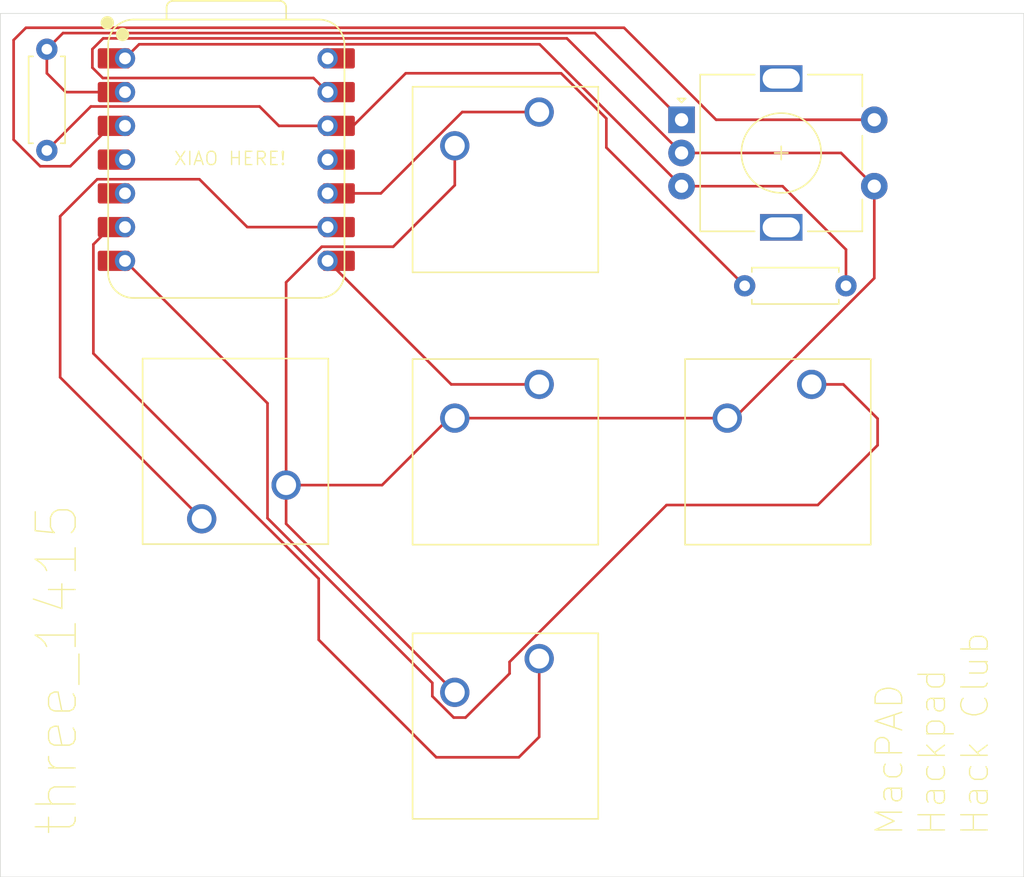
<source format=kicad_pcb>
(kicad_pcb (version 20240108) (generator "pcbnew") (generator_version "8.0")
  (layers (0 "F.Cu" signal) (31 "B.Cu" signal) (34 "B.Paste" user) (35 "F.Paste" user) (36 "B.SilkS" user "B.Silkscreen") (37 "F.SilkS" user "F.Silkscreen") (38 "B.Mask" user) (39 "F.Mask" user) (44 "Edge.Cuts" user))
  (net 0 "")
  (footprint "Rotary_Encoder:RotaryEncoder_Alps_EC11E-Switch_Vertical_H20mm" (layer "F.Cu") (at 161.25 69)
    (property "Reference" "SW1" (hide yes))
    (property "Value" "RotaryEncoder_Switch" (hide yes))
    (fp_line (start -0.3 -1.6) (end 0.3 -1.6) (stroke (width 0.12)) (layer "F.SilkS"))
    (fp_line (start 0 -1.3) (end -0.3 -1.6) (stroke (width 0.12)) (layer "F.SilkS"))
    (fp_line (start 0.3 -1.6) (end 0 -1.3) (stroke (width 0.12)) (layer "F.SilkS"))
    (fp_line (start 1.4 -3.4) (end 1.4 8.4) (stroke (width 0.12)) (layer "F.SilkS"))
    (fp_line (start 5.5 -3.4) (end 1.4 -3.4) (stroke (width 0.12)) (layer "F.SilkS"))
    (fp_line (start 5.5 8.4) (end 1.4 8.4) (stroke (width 0.12)) (layer "F.SilkS"))
    (fp_line (start 7 2.5) (end 8 2.5) (stroke (width 0.12)) (layer "F.SilkS"))
    (fp_line (start 7.5 2) (end 7.5 3) (stroke (width 0.12)) (layer "F.SilkS"))
    (fp_line (start 9.5 -3.4) (end 13.6 -3.4) (stroke (width 0.12)) (layer "F.SilkS"))
    (fp_line (start 13.6 -3.4) (end 13.6 -1) (stroke (width 0.12)) (layer "F.SilkS"))
    (fp_line (start 13.6 1.2) (end 13.6 3.8) (stroke (width 0.12)) (layer "F.SilkS"))
    (fp_line (start 13.6 6) (end 13.6 8.4) (stroke (width 0.12)) (layer "F.SilkS"))
    (fp_line (start 13.6 8.4) (end 9.5 8.4) (stroke (width 0.12)) (layer "F.SilkS"))
    (fp_circle (center 7.5 2.5) (end 10.5 2.5) (stroke (width 0.12)) (fill none) (layer "F.SilkS"))
    (pad "A" thru_hole rect (at 0 0) (size 2 2) (drill 1) (layers "*.Cu" "*.Mask"))
    (pad "B" thru_hole circle (at 0 5) (size 2 2) (drill 1) (layers "*.Cu" "*.Mask"))
    (pad "C" thru_hole circle (at 0 2.5) (size 2 2) (drill 1) (layers "*.Cu" "*.Mask"))
    (pad "MP" thru_hole rect (at 7.5 -3.1) (size 3.2 2) (drill oval 2.8 1.5) (layers "*.Cu" "*.Mask"))
    (pad "MP" thru_hole rect (at 7.5 8.1) (size 3.2 2) (drill oval 2.8 1.5) (layers "*.Cu" "*.Mask"))
    (pad "S1" thru_hole circle (at 14.5 5) (size 2 2) (drill 1) (layers "*.Cu" "*.Mask"))
    (pad "S2" thru_hole circle (at 14.5 0) (size 2 2) (drill 1) (layers "*.Cu" "*.Mask"))
  )
  (footprint "Button_Switch_Keyboard:SW_Cherry_MX_1.00u_PCB" (layer "F.Cu") (at 171.04 88.92)
    (property "Reference" "SW6" (hide yes))
    (property "Value" "SW_Push" (hide yes))
    (fp_line (start -9.525 -1.905) (end 4.445 -1.905) (stroke (width 0.12)) (layer "F.SilkS"))
    (fp_line (start -9.525 12.065) (end -9.525 -1.905) (stroke (width 0.12)) (layer "F.SilkS"))
    (fp_line (start 4.445 -1.905) (end 4.445 12.065) (stroke (width 0.12)) (layer "F.SilkS"))
    (fp_line (start 4.445 12.065) (end -9.525 12.065) (stroke (width 0.12)) (layer "F.SilkS"))
    (pad "" np_thru_hole circle (at -7.62 5.08) (size 1.7 1.7) (drill 1.7) (layers "*.Cu" "*.Mask"))
    (pad "" np_thru_hole circle (at -2.54 5.08) (size 4 4) (drill 4) (layers "*.Cu" "*.Mask"))
    (pad "" np_thru_hole circle (at 2.54 5.08) (size 1.7 1.7) (drill 1.7) (layers "*.Cu" "*.Mask"))
    (pad "1" thru_hole circle (at 0 0) (size 2.2 2.2) (drill 1.5) (layers "*.Cu" "*.Mask"))
    (pad "2" thru_hole circle (at -6.35 2.54) (size 2.2 2.2) (drill 1.5) (layers "*.Cu" "*.Mask"))
  )
  (footprint "Resistor_THT:R_Axial_DIN0207_L6.3mm_D2.5mm_P7.62mm_Horizontal" (layer "F.Cu") (at 173.62 81.5 180)
    (property "Reference" "R1" (hide yes))
    (property "Value" "5k" (hide yes))
    (fp_line (start 7.08 1.37) (end 7.08 1.04) (stroke (width 0.12)) (layer "F.SilkS"))
    (fp_line (start 7.08 -1.37) (end 7.08 -1.04) (stroke (width 0.12)) (layer "F.SilkS"))
    (fp_line (start 0.54 1.37) (end 7.08 1.37) (stroke (width 0.12)) (layer "F.SilkS"))
    (fp_line (start 0.54 1.04) (end 0.54 1.37) (stroke (width 0.12)) (layer "F.SilkS"))
    (fp_line (start 0.54 -1.04) (end 0.54 -1.37) (stroke (width 0.12)) (layer "F.SilkS"))
    (fp_line (start 0.54 -1.37) (end 7.08 -1.37) (stroke (width 0.12)) (layer "F.SilkS"))
    (pad "1" thru_hole circle (at 0 0 180) (size 1.6 1.6) (drill 0.8) (layers "*.Cu" "*.Mask"))
    (pad "2" thru_hole oval (at 7.62 0 180) (size 1.6 1.6) (drill 0.8) (layers "*.Cu" "*.Mask"))
  )
  (footprint "Resistor_THT:R_Axial_DIN0207_L6.3mm_D2.5mm_P7.62mm_Horizontal" (layer "F.Cu") (at 113.5 63.69 -90)
    (property "Reference" "R2" (hide yes))
    (property "Value" "5k" (hide yes))
    (fp_line (start 0.54 1.37) (end 7.08 1.37) (stroke (width 0.12)) (layer "F.SilkS"))
    (fp_line (start 7.08 1.37) (end 7.08 1.04) (stroke (width 0.12)) (layer "F.SilkS"))
    (fp_line (start 0.54 1.04) (end 0.54 1.37) (stroke (width 0.12)) (layer "F.SilkS"))
    (fp_line (start 0.54 -1.04) (end 0.54 -1.37) (stroke (width 0.12)) (layer "F.SilkS"))
    (fp_line (start 0.54 -1.37) (end 7.08 -1.37) (stroke (width 0.12)) (layer "F.SilkS"))
    (fp_line (start 7.08 -1.37) (end 7.08 -1.04) (stroke (width 0.12)) (layer "F.SilkS"))
    (pad "1" thru_hole circle (at 0 0 270) (size 1.6 1.6) (drill 0.8) (layers "*.Cu" "*.Mask"))
    (pad "2" thru_hole oval (at 7.62 0 270) (size 1.6 1.6) (drill 0.8) (layers "*.Cu" "*.Mask"))
  )
  (footprint "Seeed Studio XIAO Series Library:XIAO-RP2040-DIP" (layer "F.Cu") (at 127 72)
    (property "Reference" "U1" (hide yes))
    (property "Value" "XIAO-RP2040-DIP" (hide yes))
    (fp_line (start -8.89 8.509) (end -8.89 -8.636) (stroke (width 0.127)) (layer "F.SilkS"))
    (fp_line (start -6.985 10.414) (end 6.985 10.414) (stroke (width 0.127)) (layer "F.SilkS"))
    (fp_line (start -4.495 -10.541) (end -4.491272 -11.451272) (stroke (width 0.127)) (layer "F.SilkS"))
    (fp_line (start -3.991272 -11.951) (end 4.004 -11.951) (stroke (width 0.127)) (layer "F.SilkS"))
    (fp_line (start 4.504 -11.451) (end 4.504 -10.541) (stroke (width 0.127)) (layer "F.SilkS"))
    (fp_line (start 6.985 -10.541) (end -6.985 -10.541) (stroke (width 0.1)) (layer "F.SilkS"))
    (fp_line (start 6.985 -10.541) (end -6.985 -10.541) (stroke (width 0.127)) (layer "F.SilkS"))
    (fp_line (start 8.89 8.509) (end 8.89 -8.636) (stroke (width 0.127)) (layer "F.SilkS"))
    (fp_arc (start -8.89 -8.636) (mid -8.332038 -9.983038) (end -6.985 -10.541) (stroke (width 0.127)) (layer "F.SilkS"))
    (fp_arc (start -6.985 10.414) (mid -8.332038 9.856038) (end -8.89 8.509) (stroke (width 0.127)) (layer "F.SilkS"))
    (fp_arc (start -4.491272 -11.451272) (mid -4.344724 -11.804644) (end -3.991272 -11.951) (stroke (width 0.127)) (layer "F.SilkS"))
    (fp_arc (start 4.004 -11.951) (mid 4.357553 -11.804553) (end 4.504 -11.451) (stroke (width 0.127)) (layer "F.SilkS"))
    (fp_arc (start 6.985 -10.541) (mid 8.332038 -9.983038) (end 8.89 -8.636) (stroke (width 0.127)) (layer "F.SilkS"))
    (fp_arc (start 8.89 8.509) (mid 8.332038 9.856038) (end 6.985 10.414) (stroke (width 0.127)) (layer "F.SilkS"))
    (fp_circle (center -8.95 -10.3) (end -8.95 -10.554) (stroke (width 0.5)) (fill solid) (layer "F.SilkS"))
    (fp_circle (center -7.807 -9.42) (end -7.807 -9.674) (stroke (width 0.5)) (fill solid) (layer "F.SilkS"))
    (pad "1" smd roundrect (at -8.455 -7.62 180) (size 2.432 1.524) (layers "F.Cu" "F.Mask") (roundrect_rratio 0.1))
    (pad "1" thru_hole circle (at -7.62 -7.62 180) (size 1.524 1.524) (drill 0.889) (layers "*.Cu" "*.Mask"))
    (pad "2" smd roundrect (at -8.455 -5.08 180) (size 2.432 1.524) (layers "F.Cu" "F.Mask") (roundrect_rratio 0.1))
    (pad "2" thru_hole circle (at -7.62 -5.08 180) (size 1.524 1.524) (drill 0.889) (layers "*.Cu" "*.Mask"))
    (pad "3" smd roundrect (at -8.455 -2.54 180) (size 2.432 1.524) (layers "F.Cu" "F.Mask") (roundrect_rratio 0.1))
    (pad "3" thru_hole circle (at -7.62 -2.54 180) (size 1.524 1.524) (drill 0.889) (layers "*.Cu" "*.Mask"))
    (pad "4" smd roundrect (at -8.455 0 180) (size 2.432 1.524) (layers "F.Cu" "F.Mask") (roundrect_rratio 0.1))
    (pad "4" thru_hole circle (at -7.62 0 180) (size 1.524 1.524) (drill 0.889) (layers "*.Cu" "*.Mask"))
    (pad "5" smd roundrect (at -8.455 2.54 180) (size 2.432 1.524) (layers "F.Cu" "F.Mask") (roundrect_rratio 0.1))
    (pad "5" thru_hole circle (at -7.62 2.54 180) (size 1.524 1.524) (drill 0.889) (layers "*.Cu" "*.Mask"))
    (pad "6" smd roundrect (at -8.455 5.08 180) (size 2.432 1.524) (layers "F.Cu" "F.Mask") (roundrect_rratio 0.1))
    (pad "6" thru_hole circle (at -7.62 5.08 180) (size 1.524 1.524) (drill 0.889) (layers "*.Cu" "*.Mask"))
    (pad "7" smd roundrect (at -8.455 7.62 180) (size 2.432 1.524) (layers "F.Cu" "F.Mask") (roundrect_rratio 0.1))
    (pad "7" thru_hole circle (at -7.62 7.62 180) (size 1.524 1.524) (drill 0.889) (layers "*.Cu" "*.Mask"))
    (pad "8" thru_hole circle (at 7.62 7.62) (size 1.524 1.524) (drill 0.889) (layers "*.Cu" "*.Mask"))
    (pad "8" smd roundrect (at 8.455 7.62) (size 2.432 1.524) (layers "F.Cu" "F.Mask") (roundrect_rratio 0.1))
    (pad "9" thru_hole circle (at 7.62 5.08) (size 1.524 1.524) (drill 0.889) (layers "*.Cu" "*.Mask"))
    (pad "9" smd roundrect (at 8.455 5.08) (size 2.432 1.524) (layers "F.Cu" "F.Mask") (roundrect_rratio 0.1))
    (pad "10" thru_hole circle (at 7.62 2.54) (size 1.524 1.524) (drill 0.889) (layers "*.Cu" "*.Mask"))
    (pad "10" smd roundrect (at 8.455 2.54) (size 2.432 1.524) (layers "F.Cu" "F.Mask") (roundrect_rratio 0.1))
    (pad "11" thru_hole circle (at 7.62 0) (size 1.524 1.524) (drill 0.889) (layers "*.Cu" "*.Mask"))
    (pad "11" smd roundrect (at 8.455 0) (size 2.432 1.524) (layers "F.Cu" "F.Mask") (roundrect_rratio 0.1))
    (pad "12" thru_hole circle (at 7.62 -2.54) (size 1.524 1.524) (drill 0.889) (layers "*.Cu" "*.Mask"))
    (pad "12" smd roundrect (at 8.455 -2.54) (size 2.432 1.524) (layers "F.Cu" "F.Mask") (roundrect_rratio 0.1))
    (pad "13" thru_hole circle (at 7.62 -5.08) (size 1.524 1.524) (drill 0.889) (layers "*.Cu" "*.Mask"))
    (pad "13" smd roundrect (at 8.455 -5.08) (size 2.432 1.524) (layers "F.Cu" "F.Mask") (roundrect_rratio 0.1))
    (pad "14" thru_hole circle (at 7.62 -7.62) (size 1.524 1.524) (drill 0.889) (layers "*.Cu" "*.Mask"))
    (pad "14" smd roundrect (at 8.455 -7.62) (size 2.432 1.524) (layers "F.Cu" "F.Mask") (roundrect_rratio 0.1))
  )
  (footprint "Button_Switch_Keyboard:SW_Cherry_MX_1.00u_PCB" (layer "F.Cu") (at 125.15 99.04 180)
    (property "Reference" "SW4" (hide yes))
    (property "Value" "SW_Push" (hide yes))
    (fp_line (start 4.445 12.065) (end -9.525 12.065) (stroke (width 0.12)) (layer "F.SilkS"))
    (fp_line (start 4.445 -1.905) (end 4.445 12.065) (stroke (width 0.12)) (layer "F.SilkS"))
    (fp_line (start -9.525 12.065) (end -9.525 -1.905) (stroke (width 0.12)) (layer "F.SilkS"))
    (fp_line (start -9.525 -1.905) (end 4.445 -1.905) (stroke (width 0.12)) (layer "F.SilkS"))
    (pad "" np_thru_hole circle (at -7.62 5.08 180) (size 1.7 1.7) (drill 1.7) (layers "*.Cu" "*.Mask"))
    (pad "" np_thru_hole circle (at -2.54 5.08 180) (size 4 4) (drill 4) (layers "*.Cu" "*.Mask"))
    (pad "" np_thru_hole circle (at 2.54 5.08 180) (size 1.7 1.7) (drill 1.7) (layers "*.Cu" "*.Mask"))
    (pad "1" thru_hole circle (at 0 0 180) (size 2.2 2.2) (drill 1.5) (layers "*.Cu" "*.Mask"))
    (pad "2" thru_hole circle (at -6.35 2.54 180) (size 2.2 2.2) (drill 1.5) (layers "*.Cu" "*.Mask"))
  )
  (footprint "Button_Switch_Keyboard:SW_Cherry_MX_2.75u_PCB" (layer "F.Cu") (at 150.54 109.5625)
    (property "Reference" "SW7" (hide yes))
    (property "Value" "SW_Push" (hide yes))
    (fp_line (start -9.525 -1.905) (end 4.445 -1.905) (stroke (width 0.12)) (layer "F.SilkS"))
    (fp_line (start -9.525 12.065) (end -9.525 -1.905) (stroke (width 0.12)) (layer "F.SilkS"))
    (fp_line (start 4.445 -1.905) (end 4.445 12.065) (stroke (width 0.12)) (layer "F.SilkS"))
    (fp_line (start 4.445 12.065) (end -9.525 12.065) (stroke (width 0.12)) (layer "F.SilkS"))
    (pad "" np_thru_hole circle (at -14.44 -1.92) (size 3.05 3.05) (drill 3.05) (layers "*.Cu" "*.Mask"))
    (pad "" np_thru_hole circle (at -14.44 13.32) (size 4 4) (drill 4) (layers "*.Cu" "*.Mask"))
    (pad "" np_thru_hole circle (at -7.62 5.08) (size 1.7 1.7) (drill 1.7) (layers "*.Cu" "*.Mask"))
    (pad "" np_thru_hole circle (at -2.54 5.08) (size 4 4) (drill 4) (layers "*.Cu" "*.Mask"))
    (pad "" np_thru_hole circle (at 2.54 5.08) (size 1.7 1.7) (drill 1.7) (layers "*.Cu" "*.Mask"))
    (pad "" np_thru_hole circle (at 9.36 -1.92) (size 3.05 3.05) (drill 3.05) (layers "*.Cu" "*.Mask"))
    (pad "" np_thru_hole circle (at 9.36 13.32) (size 4 4) (drill 4) (layers "*.Cu" "*.Mask"))
    (pad "1" thru_hole circle (at 0 0) (size 2.2 2.2) (drill 1.5) (layers "*.Cu" "*.Mask"))
    (pad "2" thru_hole circle (at -6.35 2.54) (size 2.2 2.2) (drill 1.5) (layers "*.Cu" "*.Mask"))
  )
  (footprint "Button_Switch_Keyboard:SW_Cherry_MX_1.00u_PCB" (layer "F.Cu") (at 150.54 88.92)
    (property "Reference" "SW5" (hide yes))
    (property "Value" "SW_Push" (hide yes))
    (fp_line (start -9.525 -1.905) (end 4.445 -1.905) (stroke (width 0.12)) (layer "F.SilkS"))
    (fp_line (start -9.525 12.065) (end -9.525 -1.905) (stroke (width 0.12)) (layer "F.SilkS"))
    (fp_line (start 4.445 -1.905) (end 4.445 12.065) (stroke (width 0.12)) (layer "F.SilkS"))
    (fp_line (start 4.445 12.065) (end -9.525 12.065) (stroke (width 0.12)) (layer "F.SilkS"))
    (pad "" np_thru_hole circle (at -7.62 5.08) (size 1.7 1.7) (drill 1.7) (layers "*.Cu" "*.Mask"))
    (pad "" np_thru_hole circle (at -2.54 5.08) (size 4 4) (drill 4) (layers "*.Cu" "*.Mask"))
    (pad "" np_thru_hole circle (at 2.54 5.08) (size 1.7 1.7) (drill 1.7) (layers "*.Cu" "*.Mask"))
    (pad "1" thru_hole circle (at 0 0) (size 2.2 2.2) (drill 1.5) (layers "*.Cu" "*.Mask"))
    (pad "2" thru_hole circle (at -6.35 2.54) (size 2.2 2.2) (drill 1.5) (layers "*.Cu" "*.Mask"))
  )
  (footprint "Button_Switch_Keyboard:SW_Cherry_MX_1.00u_PCB" (layer "F.Cu") (at 150.54 68.42)
    (property "Reference" "SW3" (hide yes))
    (property "Value" "SW_Push" (hide yes))
    (fp_line (start -9.525 -1.905) (end 4.445 -1.905) (stroke (width 0.12)) (layer "F.SilkS"))
    (fp_line (start -9.525 12.065) (end -9.525 -1.905) (stroke (width 0.12)) (layer "F.SilkS"))
    (fp_line (start 4.445 -1.905) (end 4.445 12.065) (stroke (width 0.12)) (layer "F.SilkS"))
    (fp_line (start 4.445 12.065) (end -9.525 12.065) (stroke (width 0.12)) (layer "F.SilkS"))
    (pad "" np_thru_hole circle (at -7.62 5.08) (size 1.7 1.7) (drill 1.7) (layers "*.Cu" "*.Mask"))
    (pad "" np_thru_hole circle (at -2.54 5.08) (size 4 4) (drill 4) (layers "*.Cu" "*.Mask"))
    (pad "" np_thru_hole circle (at 2.54 5.08) (size 1.7 1.7) (drill 1.7) (layers "*.Cu" "*.Mask"))
    (pad "1" thru_hole circle (at 0 0) (size 2.2 2.2) (drill 1.5) (layers "*.Cu" "*.Mask"))
    (pad "2" thru_hole circle (at -6.35 2.54) (size 2.2 2.2) (drill 1.5) (layers "*.Cu" "*.Mask"))
  )
  (gr_rect (start 110 61) (end 187 126) (stroke (width 0.05)) (fill none) (layer "Edge.Cuts"))
  (gr_text "XIAO HERE!" (at 123 72.5 0) (layer "F.SilkS") (effects (font (size 1 1) (thickness 0.1)) (justify left bottom)))
  (gr_text "three_1415" (at 116 123 90) (layer "F.SilkS") (effects (font (size 3 3) (thickness 0.1)) (justify left bottom)))
  (gr_text "MacPAD\nHackpad\nHack Club" (at 184.5 123 90) (layer "F.SilkS") (effects (font (size 2 2) (thickness 0.1)) (justify left bottom)))
  (segment (start 148.311301 110.688699) (end 145 114) (width 0.2) (layer "F.Cu") (net 0))
  (segment (start 163.85 69) (end 175.75 69) (width 0.2) (layer "F.Cu") (net 0))
  (segment (start 156.925 62.075) (end 163.85 69) (width 0.2) (layer "F.Cu") (net 0))
  (segment (start 128.58 77.08) (end 134.62 77.08) (width 0.2) (layer "F.Cu") (net 0))
  (segment (start 160.122601 98) (end 171.5 98) (width 0.2) (layer "F.Cu") (net 0))
  (segment (start 152.184314 65.5) (end 155.592157 68.907843) (width 0.2) (layer "F.Cu") (net 0))
  (segment (start 136.54 69.46) (end 140.5 65.5) (width 0.2) (layer "F.Cu") (net 0))
  (segment (start 134.62 69.46) (end 130.96 69.46) (width 0.2) (layer "F.Cu") (net 0))
  (segment (start 164.69 91.46) (end 144.19 91.46) (width 0.2) (layer "F.Cu") (net 0))
  (segment (start 150.54 115.46) (end 150.54 109.5625) (width 0.2) (layer "F.Cu") (net 0))
  (segment (start 131.5 96.5) (end 138.722944 96.5) (width 0.2) (layer "F.Cu") (net 0))
  (segment (start 134.62 69.46) (end 136.54 69.46) (width 0.2) (layer "F.Cu") (net 0))
  (segment (start 114.5 76.267786) (end 117.289786 73.478) (width 0.2) (layer "F.Cu") (net 0))
  (segment (start 173.25 71.5) (end 175.75 74) (width 0.2) (layer "F.Cu") (net 0))
  (segment (start 119.38 66.92) (end 114.92 66.92) (width 0.2) (layer "F.Cu") (net 0))
  (segment (start 130.1 98.99085) (end 142.5 111.39085) (width 0.2) (layer "F.Cu") (net 0))
  (segment (start 173.42 88.92) (end 171.04 88.92) (width 0.2) (layer "F.Cu") (net 0))
  (segment (start 118.30237 69.46) (end 115.26237 72.5) (width 0.2) (layer "F.Cu") (net 0))
  (segment (start 148.311301 109.811301) (end 148.311301 110.688699) (width 0.2) (layer "F.Cu") (net 0))
  (segment (start 155.592157 68.907843) (end 155.592157 71.092157) (width 0.2) (layer "F.Cu") (net 0))
  (segment (start 130.96 69.46) (end 129.5 68) (width 0.2) (layer "F.Cu") (net 0))
  (segment (start 134.62 74.54) (end 138.630101 74.54) (width 0.2) (layer "F.Cu") (net 0))
  (segment (start 142.79835 116.9925) (end 149.0075 116.9925) (width 0.2) (layer "F.Cu") (net 0))
  (segment (start 117 78.38237) (end 117 86.593402) (width 0.2) (layer "F.Cu") (net 0))
  (segment (start 176 93.5) (end 176 91.5) (width 0.2) (layer "F.Cu") (net 0))
  (segment (start 140.5 65.5) (end 152.184314 65.5) (width 0.2) (layer "F.Cu") (net 0))
  (segment (start 133.953299 108.147449) (end 142.79835 116.9925) (width 0.2) (layer "F.Cu") (net 0))
  (segment (start 117.732786 62.875) (end 116.923893 63.683893) (width 0.2) (layer "F.Cu") (net 0))
  (segment (start 154.725 62.475) (end 114.715 62.475) (width 0.2) (layer "F.Cu") (net 0))
  (segment (start 161.25 71.5) (end 173.25 71.5) (width 0.2) (layer "F.Cu") (net 0))
  (segment (start 119.38 69.46) (end 118.30237 69.46) (width 0.2) (layer "F.Cu") (net 0))
  (segment (start 171.5 98) (end 176 93.5) (width 0.2) (layer "F.Cu") (net 0))
  (segment (start 111 70.5) (end 111 63) (width 0.2) (layer "F.Cu") (net 0))
  (segment (start 116.923893 65.076107) (end 117.705786 65.858) (width 0.2) (layer "F.Cu") (net 0))
  (segment (start 116.923893 63.683893) (end 116.923893 65.076107) (width 0.2) (layer "F.Cu") (net 0))
  (segment (start 125.15 99.04) (end 114.5 88.39) (width 0.2) (layer "F.Cu") (net 0))
  (segment (start 168.85 74) (end 161.25 74) (width 0.2) (layer "F.Cu") (net 0))
  (segment (start 142.5 112.392399) (end 144.107601 114) (width 0.2) (layer "F.Cu") (net 0))
  (segment (start 116.81 68) (end 113.5 71.31) (width 0.2) (layer "F.Cu") (net 0))
  (segment (start 115.26237 72.5) (end 113 72.5) (width 0.2) (layer "F.Cu") (net 0))
  (segment (start 117 86.593402) (end 133.953299 103.546701) (width 0.2) (layer "F.Cu") (net 0))
  (segment (start 175.75 80.925635) (end 165.215635 91.46) (width 0.2) (layer "F.Cu") (net 0))
  (segment (start 144.750101 68.42) (end 150.54 68.42) (width 0.2) (layer "F.Cu") (net 0))
  (segment (start 150.54 88.92) (end 143.92 88.92) (width 0.2) (layer "F.Cu") (net 0))
  (segment (start 144.107601 114) (end 145 114) (width 0.2) (layer "F.Cu") (net 0))
  (segment (start 131.5 99.4125) (end 144.19 112.1025) (width 0.2) (layer "F.Cu") (net 0))
  (segment (start 120.442 63.318) (end 150.568 63.318) (width 0.2) (layer "F.Cu") (net 0))
  (segment (start 119.38 64.38) (end 120.442 63.318) (width 0.2) (layer "F.Cu") (net 0))
  (segment (start 148.561301 109.561301) (end 160.122601 98) (width 0.2) (layer "F.Cu") (net 0))
  (segment (start 111.925 62.075) (end 156.925 62.075) (width 0.2) (layer "F.Cu") (net 0))
  (segment (start 144.19 73.927056) (end 139.559056 78.558) (width 0.2) (layer "F.Cu") (net 0))
  (segment (start 144.19 70.96) (end 144.19 73.927056) (width 0.2) (layer "F.Cu") (net 0))
  (segment (start 143.92 88.92) (end 134.62 79.62) (width 0.2) (layer "F.Cu") (net 0))
  (segment (start 150.568 63.318) (end 161.25 74) (width 0.2) (layer "F.Cu") (net 0))
  (segment (start 175.75 74) (end 175.75 80.925635) (width 0.2) (layer "F.Cu") (net 0))
  (segment (start 143.762944 91.46) (end 144.19 91.46) (width 0.2) (layer "F.Cu") (net 0))
  (segment (start 129.5 68) (end 116.81 68) (width 0.2) (layer "F.Cu") (net 0))
  (segment (start 117.289786 73.478) (end 124.978 73.478) (width 0.2) (layer "F.Cu") (net 0))
  (segment (start 148.561301 109.561301) (end 148.311301 109.811301) (width 0.2) (layer "F.Cu") (net 0))
  (segment (start 155.592157 71.092157) (end 166 81.5) (width 0.2) (layer "F.Cu") (net 0))
  (segment (start 124.978 73.478) (end 128.58 77.08) (width 0.2) (layer "F.Cu") (net 0))
  (segment (start 173.62 78.77) (end 168.85 74) (width 0.2) (layer "F.Cu") (net 0))
  (segment (start 117.705786 65.858) (end 133.558 65.858) (width 0.2) (layer "F.Cu") (net 0))
  (segment (start 149.0075 116.9925) (end 150.54 115.46) (width 0.2) (layer "F.Cu") (net 0))
  (segment (start 131.5 96.5) (end 131.5 99.4125) (width 0.2) (layer "F.Cu") (net 0))
  (segment (start 113.5 65.5) (end 113.5 63.69) (width 0.2) (layer "F.Cu") (net 0))
  (segment (start 114.5 88.39) (end 114.5 76.267786) (width 0.2) (layer "F.Cu") (net 0))
  (segment (start 114.715 62.475) (end 113.5 63.69) (width 0.2) (layer "F.Cu") (net 0))
  (segment (start 161.25 71.5) (end 152.625 62.875) (width 0.2) (layer "F.Cu") (net 0))
  (segment (start 131.5 81.238105) (end 131.5 96.5) (width 0.2) (layer "F.Cu") (net 0))
  (segment (start 134.180105 78.558) (end 131.5 81.238105) (width 0.2) (layer "F.Cu") (net 0))
  (segment (start 154.725 62.475) (end 161.25 69) (width 0.2) (layer "F.Cu") (net 0))
  (segment (start 111 63) (end 111.925 62.075) (width 0.2) (layer "F.Cu") (net 0))
  (segment (start 113 72.5) (end 111 70.5) (width 0.2) (layer "F.Cu") (net 0))
  (segment (start 176 91.5) (end 173.42 88.92) (width 0.2) (layer "F.Cu") (net 0))
  (segment (start 119.38 79.62) (end 130.1 90.34) (width 0.2) (layer "F.Cu") (net 0))
  (segment (start 130.1 90.34) (end 130.1 98.99085) (width 0.2) (layer "F.Cu") (net 0))
  (segment (start 133.953299 103.546701) (end 133.953299 108.147449) (width 0.2) (layer "F.Cu") (net 0))
  (segment (start 152.625 62.875) (end 117.732786 62.875) (width 0.2) (layer "F.Cu") (net 0))
  (segment (start 119.38 77.08) (end 118.30237 77.08) (width 0.2) (layer "F.Cu") (net 0))
  (segment (start 138.722944 96.5) (end 143.762944 91.46) (width 0.2) (layer "F.Cu") (net 0))
  (segment (start 173.62 81.5) (end 173.62 78.77) (width 0.2) (layer "F.Cu") (net 0))
  (segment (start 139.559056 78.558) (end 134.180105 78.558) (width 0.2) (layer "F.Cu") (net 0))
  (segment (start 114.92 66.92) (end 113.5 65.5) (width 0.2) (layer "F.Cu") (net 0))
  (segment (start 165.215635 91.46) (end 164.69 91.46) (width 0.2) (layer "F.Cu") (net 0))
  (segment (start 138.630101 74.54) (end 144.750101 68.42) (width 0.2) (layer "F.Cu") (net 0))
  (segment (start 118.30237 77.08) (end 117 78.38237) (width 0.2) (layer "F.Cu") (net 0))
  (segment (start 142.5 111.39085) (end 142.5 112.392399) (width 0.2) (layer "F.Cu") (net 0))
  (segment (start 133.558 65.858) (end 134.62 66.92) (width 0.2) (layer "F.Cu") (net 0))
)
</source>
